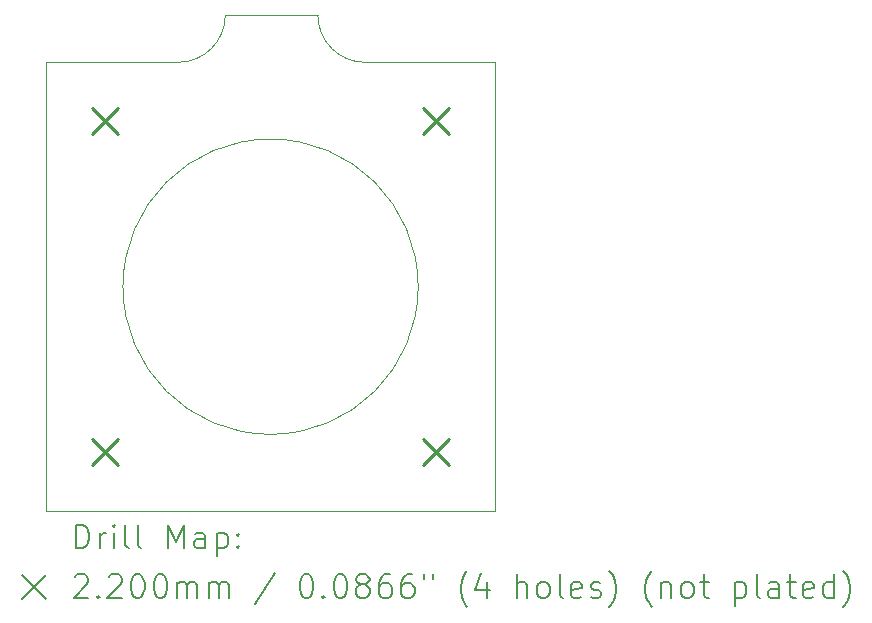
<source format=gbr>
%FSLAX45Y45*%
G04 Gerber Fmt 4.5, Leading zero omitted, Abs format (unit mm)*
G04 Created by KiCad (PCBNEW (6.0.1-0)) date 2022-03-28 18:36:19*
%MOMM*%
%LPD*%
G01*
G04 APERTURE LIST*
%TA.AperFunction,Profile*%
%ADD10C,0.100000*%
%TD*%
%ADD11C,0.200000*%
%ADD12C,0.220000*%
G04 APERTURE END LIST*
D10*
X14350000Y-8900000D02*
G75*
G03*
X14350000Y-8900000I-1250000J0D01*
G01*
X12317157Y-7000000D02*
G75*
G03*
X12717157Y-6600000I0J400000D01*
G01*
X13900000Y-7000000D02*
X15000000Y-7000000D01*
X15000000Y-10800000D02*
X11200000Y-10800000D01*
X12717157Y-6600000D02*
X13500000Y-6600000D01*
X13500000Y-6600000D02*
G75*
G03*
X13900000Y-7000000I400000J0D01*
G01*
X15000000Y-7000000D02*
X15000000Y-10800000D01*
X11200000Y-7000000D02*
X12317157Y-7000000D01*
X11200000Y-10800000D02*
X11200000Y-7000000D01*
D11*
D12*
X11590000Y-7390000D02*
X11810000Y-7610000D01*
X11810000Y-7390000D02*
X11590000Y-7610000D01*
X11590000Y-10190000D02*
X11810000Y-10410000D01*
X11810000Y-10190000D02*
X11590000Y-10410000D01*
X14390000Y-7390000D02*
X14610000Y-7610000D01*
X14610000Y-7390000D02*
X14390000Y-7610000D01*
X14390000Y-10190000D02*
X14610000Y-10410000D01*
X14610000Y-10190000D02*
X14390000Y-10410000D01*
D11*
X11452619Y-11115476D02*
X11452619Y-10915476D01*
X11500238Y-10915476D01*
X11528809Y-10925000D01*
X11547857Y-10944048D01*
X11557381Y-10963095D01*
X11566905Y-11001190D01*
X11566905Y-11029762D01*
X11557381Y-11067857D01*
X11547857Y-11086905D01*
X11528809Y-11105952D01*
X11500238Y-11115476D01*
X11452619Y-11115476D01*
X11652619Y-11115476D02*
X11652619Y-10982143D01*
X11652619Y-11020238D02*
X11662143Y-11001190D01*
X11671667Y-10991667D01*
X11690714Y-10982143D01*
X11709762Y-10982143D01*
X11776428Y-11115476D02*
X11776428Y-10982143D01*
X11776428Y-10915476D02*
X11766905Y-10925000D01*
X11776428Y-10934524D01*
X11785952Y-10925000D01*
X11776428Y-10915476D01*
X11776428Y-10934524D01*
X11900238Y-11115476D02*
X11881190Y-11105952D01*
X11871667Y-11086905D01*
X11871667Y-10915476D01*
X12005000Y-11115476D02*
X11985952Y-11105952D01*
X11976428Y-11086905D01*
X11976428Y-10915476D01*
X12233571Y-11115476D02*
X12233571Y-10915476D01*
X12300238Y-11058333D01*
X12366905Y-10915476D01*
X12366905Y-11115476D01*
X12547857Y-11115476D02*
X12547857Y-11010714D01*
X12538333Y-10991667D01*
X12519286Y-10982143D01*
X12481190Y-10982143D01*
X12462143Y-10991667D01*
X12547857Y-11105952D02*
X12528809Y-11115476D01*
X12481190Y-11115476D01*
X12462143Y-11105952D01*
X12452619Y-11086905D01*
X12452619Y-11067857D01*
X12462143Y-11048810D01*
X12481190Y-11039286D01*
X12528809Y-11039286D01*
X12547857Y-11029762D01*
X12643095Y-10982143D02*
X12643095Y-11182143D01*
X12643095Y-10991667D02*
X12662143Y-10982143D01*
X12700238Y-10982143D01*
X12719286Y-10991667D01*
X12728809Y-11001190D01*
X12738333Y-11020238D01*
X12738333Y-11077381D01*
X12728809Y-11096429D01*
X12719286Y-11105952D01*
X12700238Y-11115476D01*
X12662143Y-11115476D01*
X12643095Y-11105952D01*
X12824048Y-11096429D02*
X12833571Y-11105952D01*
X12824048Y-11115476D01*
X12814524Y-11105952D01*
X12824048Y-11096429D01*
X12824048Y-11115476D01*
X12824048Y-10991667D02*
X12833571Y-11001190D01*
X12824048Y-11010714D01*
X12814524Y-11001190D01*
X12824048Y-10991667D01*
X12824048Y-11010714D01*
X10995000Y-11345000D02*
X11195000Y-11545000D01*
X11195000Y-11345000D02*
X10995000Y-11545000D01*
X11443095Y-11354524D02*
X11452619Y-11345000D01*
X11471667Y-11335476D01*
X11519286Y-11335476D01*
X11538333Y-11345000D01*
X11547857Y-11354524D01*
X11557381Y-11373571D01*
X11557381Y-11392619D01*
X11547857Y-11421190D01*
X11433571Y-11535476D01*
X11557381Y-11535476D01*
X11643095Y-11516428D02*
X11652619Y-11525952D01*
X11643095Y-11535476D01*
X11633571Y-11525952D01*
X11643095Y-11516428D01*
X11643095Y-11535476D01*
X11728809Y-11354524D02*
X11738333Y-11345000D01*
X11757381Y-11335476D01*
X11805000Y-11335476D01*
X11824048Y-11345000D01*
X11833571Y-11354524D01*
X11843095Y-11373571D01*
X11843095Y-11392619D01*
X11833571Y-11421190D01*
X11719286Y-11535476D01*
X11843095Y-11535476D01*
X11966905Y-11335476D02*
X11985952Y-11335476D01*
X12005000Y-11345000D01*
X12014524Y-11354524D01*
X12024048Y-11373571D01*
X12033571Y-11411667D01*
X12033571Y-11459286D01*
X12024048Y-11497381D01*
X12014524Y-11516428D01*
X12005000Y-11525952D01*
X11985952Y-11535476D01*
X11966905Y-11535476D01*
X11947857Y-11525952D01*
X11938333Y-11516428D01*
X11928809Y-11497381D01*
X11919286Y-11459286D01*
X11919286Y-11411667D01*
X11928809Y-11373571D01*
X11938333Y-11354524D01*
X11947857Y-11345000D01*
X11966905Y-11335476D01*
X12157381Y-11335476D02*
X12176428Y-11335476D01*
X12195476Y-11345000D01*
X12205000Y-11354524D01*
X12214524Y-11373571D01*
X12224048Y-11411667D01*
X12224048Y-11459286D01*
X12214524Y-11497381D01*
X12205000Y-11516428D01*
X12195476Y-11525952D01*
X12176428Y-11535476D01*
X12157381Y-11535476D01*
X12138333Y-11525952D01*
X12128809Y-11516428D01*
X12119286Y-11497381D01*
X12109762Y-11459286D01*
X12109762Y-11411667D01*
X12119286Y-11373571D01*
X12128809Y-11354524D01*
X12138333Y-11345000D01*
X12157381Y-11335476D01*
X12309762Y-11535476D02*
X12309762Y-11402143D01*
X12309762Y-11421190D02*
X12319286Y-11411667D01*
X12338333Y-11402143D01*
X12366905Y-11402143D01*
X12385952Y-11411667D01*
X12395476Y-11430714D01*
X12395476Y-11535476D01*
X12395476Y-11430714D02*
X12405000Y-11411667D01*
X12424048Y-11402143D01*
X12452619Y-11402143D01*
X12471667Y-11411667D01*
X12481190Y-11430714D01*
X12481190Y-11535476D01*
X12576428Y-11535476D02*
X12576428Y-11402143D01*
X12576428Y-11421190D02*
X12585952Y-11411667D01*
X12605000Y-11402143D01*
X12633571Y-11402143D01*
X12652619Y-11411667D01*
X12662143Y-11430714D01*
X12662143Y-11535476D01*
X12662143Y-11430714D02*
X12671667Y-11411667D01*
X12690714Y-11402143D01*
X12719286Y-11402143D01*
X12738333Y-11411667D01*
X12747857Y-11430714D01*
X12747857Y-11535476D01*
X13138333Y-11325952D02*
X12966905Y-11583095D01*
X13395476Y-11335476D02*
X13414524Y-11335476D01*
X13433571Y-11345000D01*
X13443095Y-11354524D01*
X13452619Y-11373571D01*
X13462143Y-11411667D01*
X13462143Y-11459286D01*
X13452619Y-11497381D01*
X13443095Y-11516428D01*
X13433571Y-11525952D01*
X13414524Y-11535476D01*
X13395476Y-11535476D01*
X13376428Y-11525952D01*
X13366905Y-11516428D01*
X13357381Y-11497381D01*
X13347857Y-11459286D01*
X13347857Y-11411667D01*
X13357381Y-11373571D01*
X13366905Y-11354524D01*
X13376428Y-11345000D01*
X13395476Y-11335476D01*
X13547857Y-11516428D02*
X13557381Y-11525952D01*
X13547857Y-11535476D01*
X13538333Y-11525952D01*
X13547857Y-11516428D01*
X13547857Y-11535476D01*
X13681190Y-11335476D02*
X13700238Y-11335476D01*
X13719286Y-11345000D01*
X13728809Y-11354524D01*
X13738333Y-11373571D01*
X13747857Y-11411667D01*
X13747857Y-11459286D01*
X13738333Y-11497381D01*
X13728809Y-11516428D01*
X13719286Y-11525952D01*
X13700238Y-11535476D01*
X13681190Y-11535476D01*
X13662143Y-11525952D01*
X13652619Y-11516428D01*
X13643095Y-11497381D01*
X13633571Y-11459286D01*
X13633571Y-11411667D01*
X13643095Y-11373571D01*
X13652619Y-11354524D01*
X13662143Y-11345000D01*
X13681190Y-11335476D01*
X13862143Y-11421190D02*
X13843095Y-11411667D01*
X13833571Y-11402143D01*
X13824048Y-11383095D01*
X13824048Y-11373571D01*
X13833571Y-11354524D01*
X13843095Y-11345000D01*
X13862143Y-11335476D01*
X13900238Y-11335476D01*
X13919286Y-11345000D01*
X13928809Y-11354524D01*
X13938333Y-11373571D01*
X13938333Y-11383095D01*
X13928809Y-11402143D01*
X13919286Y-11411667D01*
X13900238Y-11421190D01*
X13862143Y-11421190D01*
X13843095Y-11430714D01*
X13833571Y-11440238D01*
X13824048Y-11459286D01*
X13824048Y-11497381D01*
X13833571Y-11516428D01*
X13843095Y-11525952D01*
X13862143Y-11535476D01*
X13900238Y-11535476D01*
X13919286Y-11525952D01*
X13928809Y-11516428D01*
X13938333Y-11497381D01*
X13938333Y-11459286D01*
X13928809Y-11440238D01*
X13919286Y-11430714D01*
X13900238Y-11421190D01*
X14109762Y-11335476D02*
X14071667Y-11335476D01*
X14052619Y-11345000D01*
X14043095Y-11354524D01*
X14024048Y-11383095D01*
X14014524Y-11421190D01*
X14014524Y-11497381D01*
X14024048Y-11516428D01*
X14033571Y-11525952D01*
X14052619Y-11535476D01*
X14090714Y-11535476D01*
X14109762Y-11525952D01*
X14119286Y-11516428D01*
X14128809Y-11497381D01*
X14128809Y-11449762D01*
X14119286Y-11430714D01*
X14109762Y-11421190D01*
X14090714Y-11411667D01*
X14052619Y-11411667D01*
X14033571Y-11421190D01*
X14024048Y-11430714D01*
X14014524Y-11449762D01*
X14300238Y-11335476D02*
X14262143Y-11335476D01*
X14243095Y-11345000D01*
X14233571Y-11354524D01*
X14214524Y-11383095D01*
X14205000Y-11421190D01*
X14205000Y-11497381D01*
X14214524Y-11516428D01*
X14224048Y-11525952D01*
X14243095Y-11535476D01*
X14281190Y-11535476D01*
X14300238Y-11525952D01*
X14309762Y-11516428D01*
X14319286Y-11497381D01*
X14319286Y-11449762D01*
X14309762Y-11430714D01*
X14300238Y-11421190D01*
X14281190Y-11411667D01*
X14243095Y-11411667D01*
X14224048Y-11421190D01*
X14214524Y-11430714D01*
X14205000Y-11449762D01*
X14395476Y-11335476D02*
X14395476Y-11373571D01*
X14471667Y-11335476D02*
X14471667Y-11373571D01*
X14766905Y-11611667D02*
X14757381Y-11602143D01*
X14738333Y-11573571D01*
X14728809Y-11554524D01*
X14719286Y-11525952D01*
X14709762Y-11478333D01*
X14709762Y-11440238D01*
X14719286Y-11392619D01*
X14728809Y-11364048D01*
X14738333Y-11345000D01*
X14757381Y-11316428D01*
X14766905Y-11306905D01*
X14928809Y-11402143D02*
X14928809Y-11535476D01*
X14881190Y-11325952D02*
X14833571Y-11468809D01*
X14957381Y-11468809D01*
X15185952Y-11535476D02*
X15185952Y-11335476D01*
X15271667Y-11535476D02*
X15271667Y-11430714D01*
X15262143Y-11411667D01*
X15243095Y-11402143D01*
X15214524Y-11402143D01*
X15195476Y-11411667D01*
X15185952Y-11421190D01*
X15395476Y-11535476D02*
X15376428Y-11525952D01*
X15366905Y-11516428D01*
X15357381Y-11497381D01*
X15357381Y-11440238D01*
X15366905Y-11421190D01*
X15376428Y-11411667D01*
X15395476Y-11402143D01*
X15424048Y-11402143D01*
X15443095Y-11411667D01*
X15452619Y-11421190D01*
X15462143Y-11440238D01*
X15462143Y-11497381D01*
X15452619Y-11516428D01*
X15443095Y-11525952D01*
X15424048Y-11535476D01*
X15395476Y-11535476D01*
X15576428Y-11535476D02*
X15557381Y-11525952D01*
X15547857Y-11506905D01*
X15547857Y-11335476D01*
X15728809Y-11525952D02*
X15709762Y-11535476D01*
X15671667Y-11535476D01*
X15652619Y-11525952D01*
X15643095Y-11506905D01*
X15643095Y-11430714D01*
X15652619Y-11411667D01*
X15671667Y-11402143D01*
X15709762Y-11402143D01*
X15728809Y-11411667D01*
X15738333Y-11430714D01*
X15738333Y-11449762D01*
X15643095Y-11468809D01*
X15814524Y-11525952D02*
X15833571Y-11535476D01*
X15871667Y-11535476D01*
X15890714Y-11525952D01*
X15900238Y-11506905D01*
X15900238Y-11497381D01*
X15890714Y-11478333D01*
X15871667Y-11468809D01*
X15843095Y-11468809D01*
X15824048Y-11459286D01*
X15814524Y-11440238D01*
X15814524Y-11430714D01*
X15824048Y-11411667D01*
X15843095Y-11402143D01*
X15871667Y-11402143D01*
X15890714Y-11411667D01*
X15966905Y-11611667D02*
X15976428Y-11602143D01*
X15995476Y-11573571D01*
X16005000Y-11554524D01*
X16014524Y-11525952D01*
X16024048Y-11478333D01*
X16024048Y-11440238D01*
X16014524Y-11392619D01*
X16005000Y-11364048D01*
X15995476Y-11345000D01*
X15976428Y-11316428D01*
X15966905Y-11306905D01*
X16328809Y-11611667D02*
X16319286Y-11602143D01*
X16300238Y-11573571D01*
X16290714Y-11554524D01*
X16281190Y-11525952D01*
X16271667Y-11478333D01*
X16271667Y-11440238D01*
X16281190Y-11392619D01*
X16290714Y-11364048D01*
X16300238Y-11345000D01*
X16319286Y-11316428D01*
X16328809Y-11306905D01*
X16405000Y-11402143D02*
X16405000Y-11535476D01*
X16405000Y-11421190D02*
X16414524Y-11411667D01*
X16433571Y-11402143D01*
X16462143Y-11402143D01*
X16481190Y-11411667D01*
X16490714Y-11430714D01*
X16490714Y-11535476D01*
X16614524Y-11535476D02*
X16595476Y-11525952D01*
X16585952Y-11516428D01*
X16576428Y-11497381D01*
X16576428Y-11440238D01*
X16585952Y-11421190D01*
X16595476Y-11411667D01*
X16614524Y-11402143D01*
X16643095Y-11402143D01*
X16662143Y-11411667D01*
X16671667Y-11421190D01*
X16681190Y-11440238D01*
X16681190Y-11497381D01*
X16671667Y-11516428D01*
X16662143Y-11525952D01*
X16643095Y-11535476D01*
X16614524Y-11535476D01*
X16738333Y-11402143D02*
X16814524Y-11402143D01*
X16766905Y-11335476D02*
X16766905Y-11506905D01*
X16776428Y-11525952D01*
X16795476Y-11535476D01*
X16814524Y-11535476D01*
X17033571Y-11402143D02*
X17033571Y-11602143D01*
X17033571Y-11411667D02*
X17052619Y-11402143D01*
X17090714Y-11402143D01*
X17109762Y-11411667D01*
X17119286Y-11421190D01*
X17128810Y-11440238D01*
X17128810Y-11497381D01*
X17119286Y-11516428D01*
X17109762Y-11525952D01*
X17090714Y-11535476D01*
X17052619Y-11535476D01*
X17033571Y-11525952D01*
X17243095Y-11535476D02*
X17224048Y-11525952D01*
X17214524Y-11506905D01*
X17214524Y-11335476D01*
X17405000Y-11535476D02*
X17405000Y-11430714D01*
X17395476Y-11411667D01*
X17376429Y-11402143D01*
X17338333Y-11402143D01*
X17319286Y-11411667D01*
X17405000Y-11525952D02*
X17385952Y-11535476D01*
X17338333Y-11535476D01*
X17319286Y-11525952D01*
X17309762Y-11506905D01*
X17309762Y-11487857D01*
X17319286Y-11468809D01*
X17338333Y-11459286D01*
X17385952Y-11459286D01*
X17405000Y-11449762D01*
X17471667Y-11402143D02*
X17547857Y-11402143D01*
X17500238Y-11335476D02*
X17500238Y-11506905D01*
X17509762Y-11525952D01*
X17528810Y-11535476D01*
X17547857Y-11535476D01*
X17690714Y-11525952D02*
X17671667Y-11535476D01*
X17633571Y-11535476D01*
X17614524Y-11525952D01*
X17605000Y-11506905D01*
X17605000Y-11430714D01*
X17614524Y-11411667D01*
X17633571Y-11402143D01*
X17671667Y-11402143D01*
X17690714Y-11411667D01*
X17700238Y-11430714D01*
X17700238Y-11449762D01*
X17605000Y-11468809D01*
X17871667Y-11535476D02*
X17871667Y-11335476D01*
X17871667Y-11525952D02*
X17852619Y-11535476D01*
X17814524Y-11535476D01*
X17795476Y-11525952D01*
X17785952Y-11516428D01*
X17776429Y-11497381D01*
X17776429Y-11440238D01*
X17785952Y-11421190D01*
X17795476Y-11411667D01*
X17814524Y-11402143D01*
X17852619Y-11402143D01*
X17871667Y-11411667D01*
X17947857Y-11611667D02*
X17957381Y-11602143D01*
X17976429Y-11573571D01*
X17985952Y-11554524D01*
X17995476Y-11525952D01*
X18005000Y-11478333D01*
X18005000Y-11440238D01*
X17995476Y-11392619D01*
X17985952Y-11364048D01*
X17976429Y-11345000D01*
X17957381Y-11316428D01*
X17947857Y-11306905D01*
M02*

</source>
